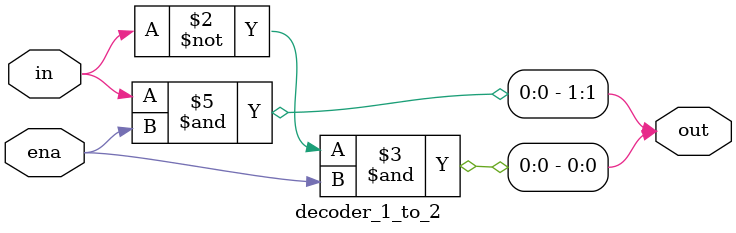
<source format=sv>
`timescale 1ns/1ps
`default_nettype none

/* Implements a standard 1-2 decoder 
 *      .ena -> whether the module is enabled or not
 *      .in -> the 1-bit input to the decoder
 *
 *      .out -> the 2-bit output to the decoder
 */     
module decoder_1_to_2(ena, in, out);

    
    /* ----- Inputs  ----- */
    input logic ena; 
    input logic in;

    /* ----- Outputs  ----- */
    output logic [1:0] out;

    /* ----- Design  ----- */
    always_comb out[0] = ~in & ena;
    always_comb out[1] = in & ena;

endmodule
</source>
